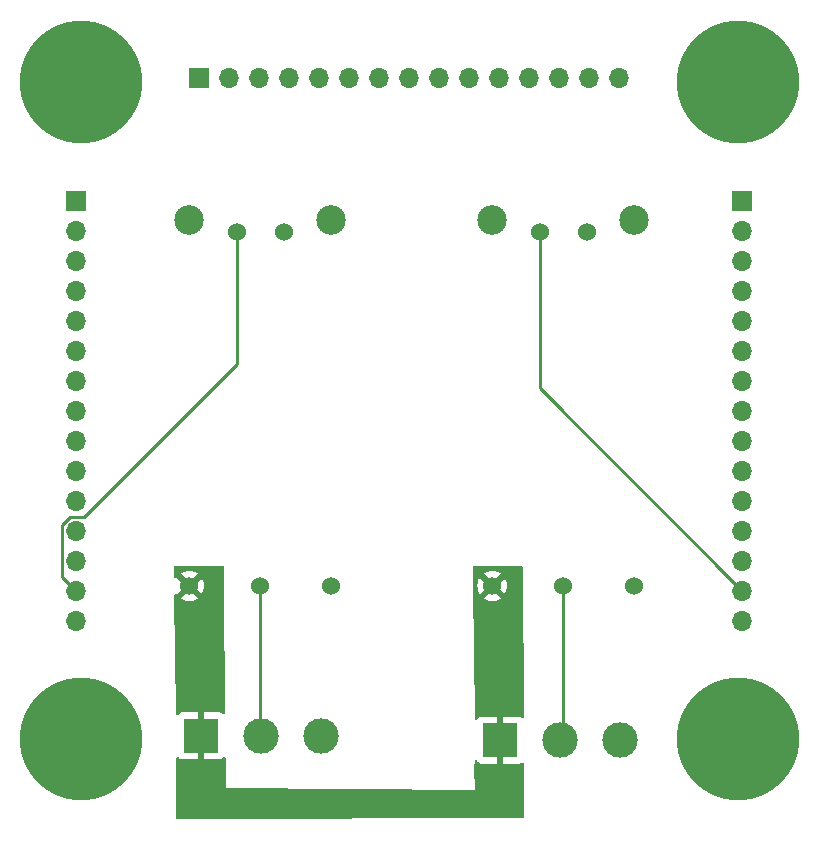
<source format=gbr>
%TF.GenerationSoftware,KiCad,Pcbnew,7.0.7*%
%TF.CreationDate,2024-04-01T01:32:49+05:30*%
%TF.ProjectId,GPIO_stack,4750494f-5f73-4746-9163-6b2e6b696361,rev?*%
%TF.SameCoordinates,Original*%
%TF.FileFunction,Copper,L1,Top*%
%TF.FilePolarity,Positive*%
%FSLAX46Y46*%
G04 Gerber Fmt 4.6, Leading zero omitted, Abs format (unit mm)*
G04 Created by KiCad (PCBNEW 7.0.7) date 2024-04-01 01:32:49*
%MOMM*%
%LPD*%
G01*
G04 APERTURE LIST*
%TA.AperFunction,ComponentPad*%
%ADD10C,1.524000*%
%TD*%
%TA.AperFunction,ComponentPad*%
%ADD11C,2.500000*%
%TD*%
%TA.AperFunction,ComponentPad*%
%ADD12R,3.000000X3.000000*%
%TD*%
%TA.AperFunction,ComponentPad*%
%ADD13C,3.000000*%
%TD*%
%TA.AperFunction,ComponentPad*%
%ADD14R,1.700000X1.700000*%
%TD*%
%TA.AperFunction,ComponentPad*%
%ADD15O,1.700000X1.700000*%
%TD*%
%TA.AperFunction,ComponentPad*%
%ADD16C,10.400000*%
%TD*%
%TA.AperFunction,Conductor*%
%ADD17C,0.250000*%
%TD*%
G04 APERTURE END LIST*
D10*
%TO.P,U3,1,GND*%
%TO.N,GND*%
X145135600Y-67157600D03*
%TO.P,U3,2,PWM*%
%TO.N,PYRO2*%
X141135600Y-67157600D03*
%TO.P,U3,3,-*%
%TO.N,GND*%
X149135600Y-97157600D03*
%TO.P,U3,4,LOAD*%
%TO.N,LOAD2*%
X143135600Y-97157600D03*
%TO.P,U3,5,+*%
%TO.N,7.4V_Pyro*%
X137135600Y-97157600D03*
D11*
%TO.P,U3,6*%
%TO.N,N/C*%
X149135600Y-66157600D03*
%TO.P,U3,7*%
X137135600Y-66157600D03*
%TD*%
D12*
%TO.P,J1,1,Pin_1*%
%TO.N,7.4V_Pyro*%
X112445800Y-109855000D03*
D13*
%TO.P,J1,2,Pin_2*%
%TO.N,LOAD1*%
X117525800Y-109855000D03*
%TO.P,J1,3,Pin_3*%
%TO.N,GND*%
X122605800Y-109855000D03*
%TD*%
D14*
%TO.P,U1,1*%
%TO.N,unconnected-(U1-Pad1)*%
X158295200Y-64577800D03*
D15*
%TO.P,U1,2*%
%TO.N,unconnected-(U1-Pad2)*%
X158295200Y-67117800D03*
%TO.P,U1,3*%
%TO.N,unconnected-(U1-Pad3)*%
X158295200Y-69657800D03*
%TO.P,U1,4*%
%TO.N,unconnected-(U1-Pad4)*%
X158295200Y-72197800D03*
%TO.P,U1,5*%
%TO.N,unconnected-(U1-Pad5)*%
X158295200Y-74737800D03*
%TO.P,U1,6*%
%TO.N,unconnected-(U1-Pad6)*%
X158295200Y-77277800D03*
%TO.P,U1,7*%
%TO.N,unconnected-(U1-Pad7)*%
X158295200Y-79817800D03*
%TO.P,U1,8*%
%TO.N,unconnected-(U1-Pad8)*%
X158295200Y-82357800D03*
%TO.P,U1,9*%
%TO.N,unconnected-(U1-Pad9)*%
X158295200Y-84897800D03*
%TO.P,U1,10*%
%TO.N,unconnected-(U1-Pad10)*%
X158295200Y-87437800D03*
%TO.P,U1,11*%
%TO.N,unconnected-(U1-Pad11)*%
X158295200Y-89977800D03*
%TO.P,U1,12*%
%TO.N,unconnected-(U1-Pad12)*%
X158295200Y-92517800D03*
%TO.P,U1,13*%
%TO.N,unconnected-(U1-Pad13)*%
X158295200Y-95057800D03*
%TO.P,U1,14*%
%TO.N,PYRO2*%
X158295200Y-97597800D03*
%TO.P,U1,15*%
%TO.N,unconnected-(U1-Pad15)*%
X158295200Y-100137800D03*
%TO.P,U1,16*%
%TO.N,unconnected-(U1-Pad16)*%
X101895200Y-100107800D03*
%TO.P,U1,17*%
%TO.N,PYRO1*%
X101895200Y-97567800D03*
%TO.P,U1,18*%
%TO.N,unconnected-(U1-Pad18)*%
X101895200Y-95027800D03*
%TO.P,U1,19*%
%TO.N,unconnected-(U1-Pad19)*%
X101895200Y-92487800D03*
%TO.P,U1,20*%
%TO.N,unconnected-(U1-Pad20)*%
X101895200Y-89947800D03*
%TO.P,U1,21*%
%TO.N,unconnected-(U1-Pad21)*%
X101895200Y-87407800D03*
%TO.P,U1,22*%
%TO.N,unconnected-(U1-Pad22)*%
X101895200Y-84867800D03*
%TO.P,U1,23*%
%TO.N,unconnected-(U1-Pad23)*%
X101895200Y-82327800D03*
%TO.P,U1,24*%
%TO.N,unconnected-(U1-Pad24)*%
X101895200Y-79787800D03*
%TO.P,U1,25*%
%TO.N,unconnected-(U1-Pad25)*%
X101895200Y-77247800D03*
%TO.P,U1,26*%
%TO.N,unconnected-(U1-Pad26)*%
X101895200Y-74707800D03*
%TO.P,U1,27*%
%TO.N,unconnected-(U1-Pad27)*%
X101895200Y-72167800D03*
%TO.P,U1,28*%
%TO.N,unconnected-(U1-Pad28)*%
X101895200Y-69627800D03*
%TO.P,U1,29*%
%TO.N,unconnected-(U1-Pad29)*%
X101895200Y-67087800D03*
D14*
%TO.P,U1,30*%
%TO.N,unconnected-(U1-Pad30)*%
X101895200Y-64547800D03*
%TO.P,U1,31*%
%TO.N,unconnected-(U1-Pad31)*%
X112320200Y-54162800D03*
D15*
%TO.P,U1,32*%
%TO.N,unconnected-(U1-Pad32)*%
X114860200Y-54162800D03*
%TO.P,U1,33*%
%TO.N,unconnected-(U1-Pad33)*%
X117400200Y-54162800D03*
%TO.P,U1,34*%
%TO.N,unconnected-(U1-Pad34)*%
X119940200Y-54162800D03*
%TO.P,U1,35*%
%TO.N,unconnected-(U1-Pad35)*%
X122480200Y-54162800D03*
%TO.P,U1,36*%
%TO.N,unconnected-(U1-Pad36)*%
X125020200Y-54162800D03*
%TO.P,U1,37*%
%TO.N,unconnected-(U1-Pad37)*%
X127560200Y-54162800D03*
%TO.P,U1,38*%
%TO.N,unconnected-(U1-Pad38)*%
X130100200Y-54162800D03*
%TO.P,U1,39*%
%TO.N,unconnected-(U1-Pad39)*%
X132640200Y-54162800D03*
%TO.P,U1,40*%
%TO.N,unconnected-(U1-Pad40)*%
X135180200Y-54162800D03*
%TO.P,U1,41*%
%TO.N,unconnected-(U1-Pad41)*%
X137720200Y-54162800D03*
%TO.P,U1,42*%
%TO.N,unconnected-(U1-Pad42)*%
X140260200Y-54162800D03*
%TO.P,U1,43*%
%TO.N,unconnected-(U1-Pad43)*%
X142800200Y-54162800D03*
%TO.P,U1,44*%
%TO.N,unconnected-(U1-Pad44)*%
X145340200Y-54162800D03*
%TO.P,U1,45*%
%TO.N,unconnected-(U1-Pad45)*%
X147880200Y-54162800D03*
D16*
%TO.P,U1,49,1*%
%TO.N,GND*%
X157895200Y-110162800D03*
%TO.P,U1,50,1*%
X102295200Y-110162800D03*
%TO.P,U1,51,1*%
X102295200Y-54462800D03*
%TO.P,U1,52,1*%
X157895200Y-54477800D03*
%TD*%
D12*
%TO.P,J2,1,Pin_1*%
%TO.N,7.4V_Pyro*%
X137795000Y-110236000D03*
D13*
%TO.P,J2,2,Pin_2*%
%TO.N,LOAD2*%
X142875000Y-110236000D03*
%TO.P,J2,3,Pin_3*%
%TO.N,GND*%
X147955000Y-110236000D03*
%TD*%
D10*
%TO.P,U2,1,GND*%
%TO.N,GND*%
X119481600Y-67157600D03*
%TO.P,U2,2,PWM*%
%TO.N,PYRO1*%
X115481600Y-67157600D03*
%TO.P,U2,3,-*%
%TO.N,GND*%
X123481600Y-97157600D03*
%TO.P,U2,4,LOAD*%
%TO.N,LOAD1*%
X117481600Y-97157600D03*
%TO.P,U2,5,+*%
%TO.N,7.4V_Pyro*%
X111481600Y-97157600D03*
D11*
%TO.P,U2,6*%
%TO.N,N/C*%
X123481600Y-66157600D03*
%TO.P,U2,7*%
X111481600Y-66157600D03*
%TD*%
D17*
%TO.N,GND*%
X154869600Y-107137200D02*
X157895200Y-110162800D01*
X102295200Y-105375200D02*
X102295200Y-110162800D01*
%TO.N,PYRO2*%
X141135600Y-67157600D02*
X141135600Y-80438200D01*
X141135600Y-80438200D02*
X158295200Y-97597800D01*
%TO.N,PYRO1*%
X101408499Y-91312800D02*
X102514600Y-91312800D01*
X102514600Y-91312800D02*
X115481600Y-78345800D01*
X101895200Y-97567800D02*
X100720200Y-96392800D01*
X115481600Y-78345800D02*
X115481600Y-67157600D01*
X100720200Y-92001099D02*
X101408499Y-91312800D01*
X100720200Y-96392800D02*
X100720200Y-92001099D01*
%TO.N,LOAD1*%
X117481600Y-109810800D02*
X117525800Y-109855000D01*
X117481600Y-97157600D02*
X117481600Y-109810800D01*
%TO.N,LOAD2*%
X143135600Y-109975400D02*
X142875000Y-110236000D01*
X143135600Y-97157600D02*
X143135600Y-109975400D01*
%TD*%
%TA.AperFunction,Conductor*%
%TO.N,7.4V_Pyro*%
G36*
X112626275Y-110618897D02*
G01*
X112677851Y-110666031D01*
X112695800Y-110730290D01*
X112695800Y-111855000D01*
X113993628Y-111855000D01*
X113993644Y-111854999D01*
X114053172Y-111848598D01*
X114053179Y-111848596D01*
X114187886Y-111798354D01*
X114187893Y-111798350D01*
X114302987Y-111712190D01*
X114327035Y-111680066D01*
X114382968Y-111638194D01*
X114452660Y-111633208D01*
X114513983Y-111666693D01*
X114547469Y-111728015D01*
X114550299Y-111753437D01*
X114552270Y-112014000D01*
X110363000Y-112014000D01*
X110363000Y-112242600D01*
X110359170Y-111779269D01*
X110378300Y-111712072D01*
X110430724Y-111665882D01*
X110499798Y-111655367D01*
X110563591Y-111683866D01*
X110582431Y-111703934D01*
X110588610Y-111712188D01*
X110588612Y-111712190D01*
X110703706Y-111798350D01*
X110703713Y-111798354D01*
X110838420Y-111848596D01*
X110838427Y-111848598D01*
X110897955Y-111854999D01*
X110897972Y-111855000D01*
X112195800Y-111855000D01*
X112195800Y-110733625D01*
X112215485Y-110666586D01*
X112268289Y-110620831D01*
X112337447Y-110610887D01*
X112348389Y-110612966D01*
X112356969Y-110615000D01*
X112356970Y-110615000D01*
X112490060Y-110615000D01*
X112490067Y-110615000D01*
X112557405Y-110607129D01*
X112626275Y-110618897D01*
G37*
%TD.AperFunction*%
%TA.AperFunction,Conductor*%
G36*
X114370974Y-95472885D02*
G01*
X114416729Y-95525689D01*
X114427930Y-95576261D01*
X114442198Y-97462420D01*
X114521271Y-107915909D01*
X114502095Y-107983095D01*
X114449638Y-108029249D01*
X114380557Y-108039715D01*
X114316783Y-108011171D01*
X114309709Y-108003632D01*
X114309260Y-108004082D01*
X114302987Y-107997809D01*
X114187893Y-107911649D01*
X114187886Y-107911645D01*
X114053179Y-107861403D01*
X114053172Y-107861401D01*
X113993644Y-107855000D01*
X112695800Y-107855000D01*
X112695800Y-108976374D01*
X112676115Y-109043413D01*
X112623311Y-109089168D01*
X112554153Y-109099112D01*
X112543207Y-109097032D01*
X112534632Y-109095000D01*
X112534631Y-109095000D01*
X112401533Y-109095000D01*
X112334193Y-109102870D01*
X112265323Y-109091102D01*
X112213748Y-109043966D01*
X112195800Y-108979709D01*
X112195800Y-107855000D01*
X110897955Y-107855000D01*
X110838427Y-107861401D01*
X110838420Y-107861403D01*
X110703713Y-107911645D01*
X110703706Y-107911649D01*
X110588612Y-107997809D01*
X110547640Y-108052540D01*
X110491705Y-108094411D01*
X110422014Y-108099394D01*
X110360691Y-108065908D01*
X110327207Y-108004584D01*
X110324382Y-107979606D01*
X110212836Y-97940490D01*
X110231774Y-97873238D01*
X110284067Y-97826899D01*
X110353110Y-97816188D01*
X110416985Y-97844505D01*
X110427049Y-97855541D01*
X110429858Y-97855787D01*
X110958650Y-97326995D01*
X111019973Y-97293510D01*
X111089664Y-97298494D01*
X111145598Y-97340365D01*
X111150139Y-97346854D01*
X111197413Y-97419212D01*
X111297757Y-97497313D01*
X111297760Y-97497314D01*
X111298111Y-97497587D01*
X111338924Y-97554297D01*
X111342599Y-97624070D01*
X111309630Y-97683122D01*
X110783411Y-98209341D01*
X110848182Y-98254694D01*
X110848192Y-98254700D01*
X111048315Y-98348019D01*
X111048329Y-98348024D01*
X111261613Y-98405173D01*
X111261623Y-98405175D01*
X111481599Y-98424421D01*
X111481601Y-98424421D01*
X111701576Y-98405175D01*
X111701586Y-98405173D01*
X111914870Y-98348024D01*
X111914884Y-98348019D01*
X112115008Y-98254700D01*
X112115020Y-98254693D01*
X112179786Y-98209342D01*
X112179787Y-98209340D01*
X111650876Y-97680429D01*
X111617391Y-97619106D01*
X111622375Y-97549414D01*
X111664247Y-97493481D01*
X111679533Y-97483697D01*
X111718851Y-97462420D01*
X111804971Y-97368869D01*
X111805683Y-97367243D01*
X111807252Y-97365377D01*
X111810592Y-97360266D01*
X111811209Y-97360669D01*
X111850636Y-97313758D01*
X111917370Y-97293064D01*
X111984699Y-97311735D01*
X112006922Y-97329369D01*
X112533340Y-97855787D01*
X112533342Y-97855786D01*
X112578693Y-97791020D01*
X112578700Y-97791008D01*
X112672019Y-97590884D01*
X112672024Y-97590870D01*
X112729173Y-97377586D01*
X112729175Y-97377576D01*
X112748421Y-97157600D01*
X112748421Y-97157599D01*
X112729175Y-96937623D01*
X112729173Y-96937613D01*
X112672024Y-96724329D01*
X112672020Y-96724320D01*
X112578698Y-96524190D01*
X112533340Y-96459411D01*
X112004549Y-96988202D01*
X111943226Y-97021687D01*
X111873534Y-97016703D01*
X111817601Y-96974831D01*
X111813060Y-96968343D01*
X111765789Y-96895991D01*
X111765787Y-96895988D01*
X111710273Y-96852780D01*
X111665443Y-96817887D01*
X111665440Y-96817885D01*
X111665088Y-96817612D01*
X111624275Y-96760901D01*
X111620600Y-96691129D01*
X111653569Y-96632077D01*
X112179787Y-96105858D01*
X112115009Y-96060500D01*
X112115007Y-96060499D01*
X111914884Y-95967180D01*
X111914870Y-95967175D01*
X111701586Y-95910026D01*
X111701576Y-95910024D01*
X111481601Y-95890779D01*
X111481599Y-95890779D01*
X111261623Y-95910024D01*
X111261613Y-95910026D01*
X111048329Y-95967175D01*
X111048320Y-95967179D01*
X110848186Y-96060503D01*
X110783412Y-96105857D01*
X110783411Y-96105858D01*
X111312323Y-96634770D01*
X111345808Y-96696093D01*
X111340824Y-96765785D01*
X111298952Y-96821718D01*
X111283659Y-96831506D01*
X111244349Y-96852779D01*
X111244348Y-96852779D01*
X111158226Y-96946333D01*
X111158226Y-96946334D01*
X111157511Y-96947965D01*
X111155940Y-96949833D01*
X111152608Y-96954934D01*
X111151991Y-96954531D01*
X111112552Y-97001449D01*
X111045815Y-97022135D01*
X110978488Y-97003457D01*
X110956277Y-96985830D01*
X110429858Y-96459411D01*
X110429857Y-96459412D01*
X110421306Y-96471624D01*
X110366728Y-96515248D01*
X110297230Y-96522440D01*
X110234876Y-96490917D01*
X110199463Y-96430687D01*
X110195740Y-96401884D01*
X110186593Y-95578577D01*
X110205531Y-95511324D01*
X110257824Y-95464985D01*
X110310585Y-95453200D01*
X114303935Y-95453200D01*
X114370974Y-95472885D01*
G37*
%TD.AperFunction*%
%TD*%
%TA.AperFunction,Conductor*%
%TO.N,7.4V_Pyro*%
G36*
X137975475Y-110999897D02*
G01*
X138027051Y-111047031D01*
X138045000Y-111111290D01*
X138045000Y-112236000D01*
X139342828Y-112236000D01*
X139342844Y-112235999D01*
X139402372Y-112229598D01*
X139402379Y-112229596D01*
X139537086Y-112179354D01*
X139537089Y-112179352D01*
X139606915Y-112127080D01*
X139672379Y-112102662D01*
X139740652Y-112117513D01*
X139790058Y-112166917D01*
X139805226Y-112225794D01*
X139806092Y-112420400D01*
X135616908Y-112420400D01*
X135619759Y-112038308D01*
X135639943Y-111971423D01*
X135693087Y-111926063D01*
X135762317Y-111916636D01*
X135825655Y-111946135D01*
X135845831Y-111971362D01*
X135846331Y-111970989D01*
X135937809Y-112093187D01*
X135937812Y-112093190D01*
X136052906Y-112179350D01*
X136052913Y-112179354D01*
X136187620Y-112229596D01*
X136187627Y-112229598D01*
X136247155Y-112235999D01*
X136247172Y-112236000D01*
X137545000Y-112236000D01*
X137545000Y-111114625D01*
X137564685Y-111047586D01*
X137617489Y-111001831D01*
X137686647Y-110991887D01*
X137697589Y-110993966D01*
X137706169Y-110996000D01*
X137706170Y-110996000D01*
X137839260Y-110996000D01*
X137839267Y-110996000D01*
X137906605Y-110988129D01*
X137975475Y-110999897D01*
G37*
%TD.AperFunction*%
%TA.AperFunction,Conductor*%
G36*
X139674160Y-95472885D02*
G01*
X139719915Y-95525689D01*
X139731120Y-95576648D01*
X139787449Y-108231793D01*
X139768063Y-108298919D01*
X139715463Y-108344909D01*
X139646349Y-108355160D01*
X139589139Y-108331611D01*
X139537093Y-108292649D01*
X139537086Y-108292645D01*
X139402379Y-108242403D01*
X139402372Y-108242401D01*
X139342844Y-108236000D01*
X138045000Y-108236000D01*
X138045000Y-109357374D01*
X138025315Y-109424413D01*
X137972511Y-109470168D01*
X137903353Y-109480112D01*
X137892407Y-109478032D01*
X137883832Y-109476000D01*
X137883831Y-109476000D01*
X137750733Y-109476000D01*
X137683393Y-109483870D01*
X137614523Y-109472102D01*
X137562948Y-109424966D01*
X137545000Y-109360709D01*
X137545000Y-108236000D01*
X136247155Y-108236000D01*
X136187627Y-108242401D01*
X136187620Y-108242403D01*
X136052913Y-108292645D01*
X136052906Y-108292649D01*
X135937812Y-108378809D01*
X135856050Y-108488028D01*
X135800116Y-108529898D01*
X135730424Y-108534882D01*
X135669101Y-108501396D01*
X135635617Y-108440072D01*
X135632792Y-108415094D01*
X135631501Y-108298919D01*
X135507709Y-97157600D01*
X135868779Y-97157600D01*
X135888024Y-97377576D01*
X135888026Y-97377586D01*
X135945175Y-97590870D01*
X135945180Y-97590884D01*
X136038499Y-97791007D01*
X136038500Y-97791009D01*
X136083858Y-97855787D01*
X136612650Y-97326995D01*
X136673973Y-97293510D01*
X136743664Y-97298494D01*
X136799598Y-97340365D01*
X136804139Y-97346854D01*
X136851413Y-97419212D01*
X136951757Y-97497313D01*
X136951760Y-97497314D01*
X136952111Y-97497587D01*
X136992924Y-97554297D01*
X136996599Y-97624070D01*
X136963630Y-97683122D01*
X136437411Y-98209341D01*
X136502182Y-98254694D01*
X136502192Y-98254700D01*
X136702315Y-98348019D01*
X136702329Y-98348024D01*
X136915613Y-98405173D01*
X136915623Y-98405175D01*
X137135599Y-98424421D01*
X137135601Y-98424421D01*
X137355576Y-98405175D01*
X137355586Y-98405173D01*
X137568870Y-98348024D01*
X137568884Y-98348019D01*
X137769008Y-98254700D01*
X137769020Y-98254693D01*
X137833786Y-98209342D01*
X137833787Y-98209340D01*
X137304876Y-97680429D01*
X137271391Y-97619106D01*
X137276375Y-97549414D01*
X137318247Y-97493481D01*
X137333533Y-97483697D01*
X137372851Y-97462420D01*
X137458971Y-97368869D01*
X137459683Y-97367243D01*
X137461252Y-97365377D01*
X137464592Y-97360266D01*
X137465209Y-97360669D01*
X137504636Y-97313758D01*
X137571370Y-97293064D01*
X137638699Y-97311735D01*
X137660922Y-97329369D01*
X138187340Y-97855787D01*
X138187342Y-97855786D01*
X138232693Y-97791020D01*
X138232700Y-97791008D01*
X138326019Y-97590884D01*
X138326024Y-97590870D01*
X138383173Y-97377586D01*
X138383175Y-97377576D01*
X138402421Y-97157600D01*
X138402421Y-97157599D01*
X138383175Y-96937623D01*
X138383173Y-96937613D01*
X138326024Y-96724329D01*
X138326020Y-96724320D01*
X138232698Y-96524190D01*
X138187340Y-96459411D01*
X137658549Y-96988202D01*
X137597226Y-97021687D01*
X137527534Y-97016703D01*
X137471601Y-96974831D01*
X137467060Y-96968343D01*
X137419789Y-96895991D01*
X137419787Y-96895988D01*
X137364273Y-96852780D01*
X137319443Y-96817887D01*
X137319440Y-96817885D01*
X137319088Y-96817612D01*
X137278275Y-96760901D01*
X137274600Y-96691129D01*
X137307569Y-96632077D01*
X137833787Y-96105858D01*
X137769009Y-96060500D01*
X137769007Y-96060499D01*
X137568884Y-95967180D01*
X137568870Y-95967175D01*
X137355586Y-95910026D01*
X137355576Y-95910024D01*
X137135601Y-95890779D01*
X137135599Y-95890779D01*
X136915623Y-95910024D01*
X136915613Y-95910026D01*
X136702329Y-95967175D01*
X136702320Y-95967179D01*
X136502186Y-96060503D01*
X136437412Y-96105857D01*
X136437411Y-96105858D01*
X136966323Y-96634770D01*
X136999808Y-96696093D01*
X136994824Y-96765785D01*
X136952952Y-96821718D01*
X136937659Y-96831506D01*
X136898349Y-96852779D01*
X136898348Y-96852779D01*
X136812226Y-96946333D01*
X136812226Y-96946334D01*
X136811511Y-96947965D01*
X136809940Y-96949833D01*
X136806608Y-96954934D01*
X136805991Y-96954531D01*
X136766552Y-97001449D01*
X136699815Y-97022135D01*
X136632488Y-97003457D01*
X136610277Y-96985830D01*
X136083858Y-96459411D01*
X136083857Y-96459412D01*
X136038503Y-96524186D01*
X135945179Y-96724320D01*
X135945175Y-96724329D01*
X135888026Y-96937613D01*
X135888024Y-96937623D01*
X135868779Y-97157599D01*
X135868779Y-97157600D01*
X135507709Y-97157600D01*
X135490164Y-95578577D01*
X135509102Y-95511324D01*
X135561395Y-95464985D01*
X135614156Y-95453200D01*
X139607121Y-95453200D01*
X139674160Y-95472885D01*
G37*
%TD.AperFunction*%
%TD*%
%TA.AperFunction,Conductor*%
%TO.N,7.4V_Pyro*%
G36*
X114552575Y-112054346D02*
G01*
X114553999Y-112067352D01*
X114553999Y-114299999D01*
X114554000Y-114299999D01*
X114554000Y-114300000D01*
X135534400Y-114401600D01*
X135635999Y-114401600D01*
X135636000Y-114401600D01*
X135611353Y-112479146D01*
X135616609Y-112460358D01*
X135616907Y-112420400D01*
X139806093Y-112420400D01*
X139806149Y-112433052D01*
X139824523Y-112466523D01*
X139827414Y-112492439D01*
X139851685Y-116715716D01*
X139832386Y-116782868D01*
X139779846Y-116828925D01*
X139728114Y-116840428D01*
X110487427Y-116941171D01*
X110420320Y-116921718D01*
X110374384Y-116869072D01*
X110363000Y-116817172D01*
X110363000Y-112242600D01*
X110363000Y-112242599D01*
X110363000Y-112014000D01*
X114552270Y-112014000D01*
X114552575Y-112054346D01*
G37*
%TD.AperFunction*%
%TD*%
M02*

</source>
